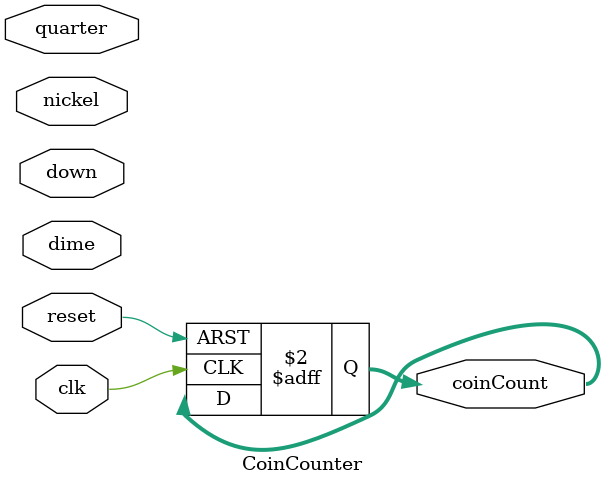
<source format=v>


module CoinCounter
(
input				clk,
input				reset,
input				nickel,
input				dime,
input				quarter,
input				down,
output reg [5:0]	coinCount
);

always@ (negedge clk or posedge reset)
begin
if(reset)
	coinCount = 0;
else
begin
	
end
end
endmodule

</source>
